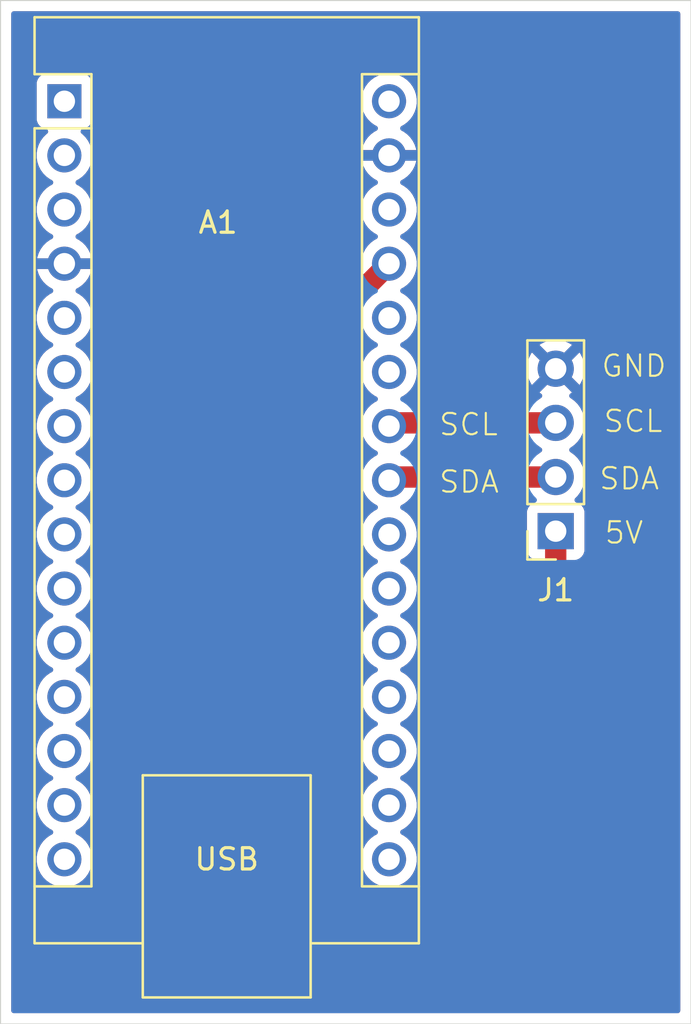
<source format=kicad_pcb>
(kicad_pcb (version 20241229) (generator "pcbnew") (generator_version "9.0")
  (layers (0 "F.Cu" signal) (2 "B.Cu" signal) (13 "F.Paste" user) (15 "B.Paste" user) (5 "F.SilkS" user "F.Silkscreen") (7 "B.SilkS" user "B.Silkscreen") (1 "F.Mask" user) (3 "B.Mask" user) (25 "Edge.Cuts" user))
  (net 0 "")
  (net 3 "Net-(A1-A5)")
  (net 5 "Net-(A1-A4)")
  (net 15 "GND")
  (net 27 "+5V")
  (footprint "Module:Arduino_Nano" (layer "F.Cu") (at 147.3708 77.978)
    (property "Reference" "A1" (at 7.2136 5.6896 0) (layer "F.SilkS"))
    (property "Value" "Arduino_Nano_v3.x")
    (fp_line (start -1.4 -3.94) (end -1.4 -1.27) (stroke (width 0.12)) (layer "F.SilkS"))
    (fp_line (start -1.4 1.27) (end -1.4 39.5) (stroke (width 0.12)) (layer "F.SilkS"))
    (fp_line (start -1.4 39.5) (end 3.68 39.5) (stroke (width 0.12)) (layer "F.SilkS"))
    (fp_line (start 1.27 -1.27) (end -1.4 -1.27) (stroke (width 0.12)) (layer "F.SilkS"))
    (fp_line (start 1.27 1.27) (end -1.4 1.27) (stroke (width 0.12)) (layer "F.SilkS"))
    (fp_line (start 1.27 1.27) (end 1.27 -1.27) (stroke (width 0.12)) (layer "F.SilkS"))
    (fp_line (start 1.27 1.27) (end 1.27 36.83) (stroke (width 0.12)) (layer "F.SilkS"))
    (fp_line (start 1.27 36.83) (end -1.4 36.83) (stroke (width 0.12)) (layer "F.SilkS"))
    (fp_line (start 3.68 31.62) (end 11.56 31.62) (stroke (width 0.12)) (layer "F.SilkS"))
    (fp_line (start 3.68 42.04) (end 3.68 31.62) (stroke (width 0.12)) (layer "F.SilkS"))
    (fp_line (start 11.56 31.62) (end 11.56 42.04) (stroke (width 0.12)) (layer "F.SilkS"))
    (fp_line (start 11.56 42.04) (end 3.68 42.04) (stroke (width 0.12)) (layer "F.SilkS"))
    (fp_line (start 13.97 -1.27) (end 13.97 36.83) (stroke (width 0.12)) (layer "F.SilkS"))
    (fp_line (start 13.97 -1.27) (end 16.64 -1.27) (stroke (width 0.12)) (layer "F.SilkS"))
    (fp_line (start 13.97 36.83) (end 16.64 36.83) (stroke (width 0.12)) (layer "F.SilkS"))
    (fp_line (start 16.64 -3.94) (end -1.4 -3.94) (stroke (width 0.12)) (layer "F.SilkS"))
    (fp_line (start 16.64 39.5) (end 11.56 39.5) (stroke (width 0.12)) (layer "F.SilkS"))
    (fp_line (start 16.64 39.5) (end 16.64 -3.94) (stroke (width 0.12)) (layer "F.SilkS"))
    (fp_text user "USB" (at 7.62 35.56 0) (layer "F.SilkS"))
    (pad "1" thru_hole rect (at 0 0) (size 1.6 1.6) (drill 1) (layers "*.Cu" "*.Mask"))
    (pad "2" thru_hole oval (at 0 2.54) (size 1.6 1.6) (drill 1) (layers "*.Cu" "*.Mask"))
    (pad "3" thru_hole oval (at 0 5.08) (size 1.6 1.6) (drill 1) (layers "*.Cu" "*.Mask"))
    (pad "4" thru_hole oval (at 0 7.62) (size 1.6 1.6) (drill 1) (layers "*.Cu" "*.Mask") (net 15 "GND"))
    (pad "5" thru_hole oval (at 0 10.16) (size 1.6 1.6) (drill 1) (layers "*.Cu" "*.Mask"))
    (pad "6" thru_hole oval (at 0 12.7) (size 1.6 1.6) (drill 1) (layers "*.Cu" "*.Mask"))
    (pad "7" thru_hole oval (at 0 15.24) (size 1.6 1.6) (drill 1) (layers "*.Cu" "*.Mask"))
    (pad "8" thru_hole oval (at 0 17.78) (size 1.6 1.6) (drill 1) (layers "*.Cu" "*.Mask"))
    (pad "9" thru_hole oval (at 0 20.32) (size 1.6 1.6) (drill 1) (layers "*.Cu" "*.Mask"))
    (pad "10" thru_hole oval (at 0 22.86) (size 1.6 1.6) (drill 1) (layers "*.Cu" "*.Mask"))
    (pad "11" thru_hole oval (at 0 25.4) (size 1.6 1.6) (drill 1) (layers "*.Cu" "*.Mask"))
    (pad "12" thru_hole oval (at 0 27.94) (size 1.6 1.6) (drill 1) (layers "*.Cu" "*.Mask"))
    (pad "13" thru_hole oval (at 0 30.48) (size 1.6 1.6) (drill 1) (layers "*.Cu" "*.Mask"))
    (pad "14" thru_hole oval (at 0 33.02) (size 1.6 1.6) (drill 1) (layers "*.Cu" "*.Mask"))
    (pad "15" thru_hole oval (at 0 35.56) (size 1.6 1.6) (drill 1) (layers "*.Cu" "*.Mask"))
    (pad "16" thru_hole oval (at 15.24 35.56) (size 1.6 1.6) (drill 1) (layers "*.Cu" "*.Mask"))
    (pad "17" thru_hole oval (at 15.24 33.02) (size 1.6 1.6) (drill 1) (layers "*.Cu" "*.Mask"))
    (pad "18" thru_hole oval (at 15.24 30.48) (size 1.6 1.6) (drill 1) (layers "*.Cu" "*.Mask"))
    (pad "19" thru_hole oval (at 15.24 27.94) (size 1.6 1.6) (drill 1) (layers "*.Cu" "*.Mask"))
    (pad "20" thru_hole oval (at 15.24 25.4) (size 1.6 1.6) (drill 1) (layers "*.Cu" "*.Mask"))
    (pad "21" thru_hole oval (at 15.24 22.86) (size 1.6 1.6) (drill 1) (layers "*.Cu" "*.Mask"))
    (pad "22" thru_hole oval (at 15.24 20.32) (size 1.6 1.6) (drill 1) (layers "*.Cu" "*.Mask"))
    (pad "23" thru_hole oval (at 15.24 17.78) (size 1.6 1.6) (drill 1) (layers "*.Cu" "*.Mask") (net 5 "Net-(A1-A4)"))
    (pad "24" thru_hole oval (at 15.24 15.24) (size 1.6 1.6) (drill 1) (layers "*.Cu" "*.Mask") (net 3 "Net-(A1-A5)"))
    (pad "25" thru_hole oval (at 15.24 12.7) (size 1.6 1.6) (drill 1) (layers "*.Cu" "*.Mask"))
    (pad "26" thru_hole oval (at 15.24 10.16) (size 1.6 1.6) (drill 1) (layers "*.Cu" "*.Mask"))
    (pad "27" thru_hole oval (at 15.24 7.62) (size 1.6 1.6) (drill 1) (layers "*.Cu" "*.Mask") (net 27 "+5V"))
    (pad "28" thru_hole oval (at 15.24 5.08) (size 1.6 1.6) (drill 1) (layers "*.Cu" "*.Mask"))
    (pad "29" thru_hole oval (at 15.24 2.54) (size 1.6 1.6) (drill 1) (layers "*.Cu" "*.Mask") (net 15 "GND"))
    (pad "30" thru_hole oval (at 15.24 0) (size 1.6 1.6) (drill 1) (layers "*.Cu" "*.Mask"))
  )
  (footprint "Connector_PinSocket_2.54mm:PinSocket_1x04_P2.54mm_Vertical" (layer "F.Cu") (at 170.434 98.1456 180)
    (property "Reference" "J1" (at 0 -2.77 180) (layer "F.SilkS"))
    (property "Value" "Socket_For_Quick_Adaptor")
    (fp_line (start 1.33 1.27) (end 1.33 8.95) (stroke (width 0.12)) (layer "F.SilkS"))
    (fp_line (start 1.33 -1.33) (end 1.33 0) (stroke (width 0.12)) (layer "F.SilkS"))
    (fp_line (start 0 -1.33) (end 1.33 -1.33) (stroke (width 0.12)) (layer "F.SilkS"))
    (fp_line (start -1.33 8.95) (end 1.33 8.95) (stroke (width 0.12)) (layer "F.SilkS"))
    (fp_line (start -1.33 1.27) (end 1.33 1.27) (stroke (width 0.12)) (layer "F.SilkS"))
    (fp_line (start -1.33 1.27) (end -1.33 8.95) (stroke (width 0.12)) (layer "F.SilkS"))
    (pad "1" thru_hole rect (at 0 0 180) (size 1.7 1.7) (drill 1) (layers "*.Cu" "*.Mask") (net 27 "+5V"))
    (pad "2" thru_hole circle (at 0 2.54 180) (size 1.7 1.7) (drill 1) (layers "*.Cu" "*.Mask") (net 5 "Net-(A1-A4)"))
    (pad "3" thru_hole circle (at 0 5.08 180) (size 1.7 1.7) (drill 1) (layers "*.Cu" "*.Mask") (net 3 "Net-(A1-A5)"))
    (pad "4" thru_hole circle (at 0 7.62 180) (size 1.7 1.7) (drill 1) (layers "*.Cu" "*.Mask") (net 15 "GND"))
  )
  (gr_rect (start 144.3736 73.2536) (end 176.784 121.2596) (stroke (width 0.05)) (fill no) (layer "Edge.Cuts"))
  (gr_text "SDA" (at 172.4152 96.266 0) (layer "F.SilkS") (effects (font (size 1 1) (thickness 0.1)) (justify left bottom)))
  (gr_text "GND" (at 172.5168 90.9828 0) (layer "F.SilkS") (effects (font (size 1 1) (thickness 0.1)) (justify left bottom)))
  (gr_text "SDA" (at 164.8968 96.4184 0) (layer "F.SilkS") (effects (font (size 1 1) (thickness 0.1)) (justify left bottom)))
  (gr_text "SCL" (at 172.6184 93.5736 0) (layer "F.SilkS") (effects (font (size 1 1) (thickness 0.1)) (justify left bottom)))
  (gr_text "5V" (at 172.6692 98.806 0) (layer "F.SilkS") (effects (font (size 1 1) (thickness 0.1)) (justify left bottom)))
  (gr_text "SCL" (at 164.8968 93.726 0) (layer "F.SilkS") (effects (font (size 1 1) (thickness 0.1)) (justify left bottom)))
  (segment (start 170.434 93.0656) (end 162.7632 93.0656) (width 1) (layer "F.Cu") (net 3))
  (segment (start 162.7632 93.0656) (end 162.6108 93.218) (width 1) (layer "F.Cu") (net 3))
  (segment (start 162.7632 95.6056) (end 162.6108 95.758) (width 1) (layer "F.Cu") (net 5))
  (segment (start 170.434 95.6056) (end 162.7632 95.6056) (width 1) (layer "F.Cu") (net 5))
  (segment (start 157.8356 90.3732) (end 162.6108 85.598) (width 1) (layer "F.Cu") (net 27))
  (segment (start 157.8356 117.5512) (end 157.8356 90.3732) (width 1) (layer "F.Cu") (net 27))
  (segment (start 170.434 98.1456) (end 170.434 116.9924) (width 1) (layer "F.Cu") (net 27))
  (segment (start 158.0388 117.7544) (end 157.8356 117.5512) (width 1) (layer "F.Cu") (net 27))
  (segment (start 170.434 116.9924) (end 169.672 117.7544) (width 1) (layer "F.Cu") (net 27))
  (segment (start 169.672 117.7544) (end 158.0388 117.7544) (width 1) (layer "F.Cu") (net 27))
  (zone (net 15) (net_name "GND") (layers "F.Cu" "B.Cu") (connect_pads (clearance 0.5)) (min_thickness 0.25) (fill yes (thermal_gap 0.5) (thermal_bridge_width 0.5) (island_removal_mode 1) (island_area_min 10))
    (polygon (pts (xy 144.3736 73.2536) (xy 176.7332 73.3044) (xy 176.784 121.2596) (xy 144.3736 121.2596)))
  )
)
</source>
